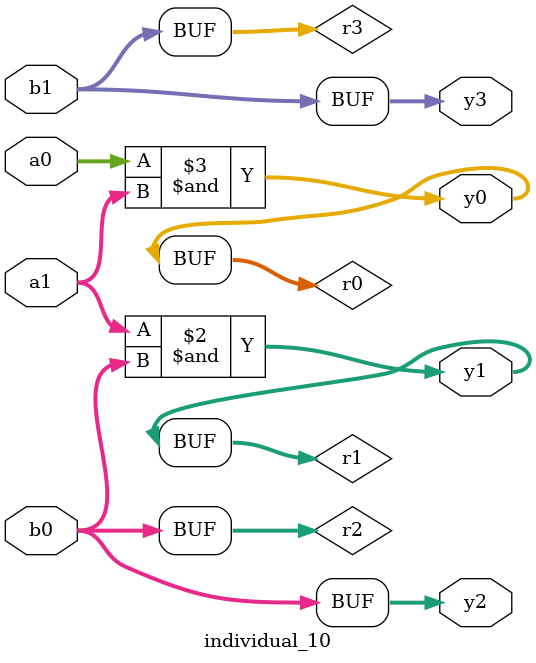
<source format=sv>
module individual_10(input logic [15:0] a1, input logic [15:0] a0, input logic [15:0] b1, input logic [15:0] b0, output logic [15:0] y3, output logic [15:0] y2, output logic [15:0] y1, output logic [15:0] y0);
logic [15:0] r0, r1, r2, r3; 
 always@(*) begin 
	 r0 = a0; r1 = a1; r2 = b0; r3 = b1; 
 	 r1  &=  b0 ;
 	 r0  &=  a1 ;
 	 y3 = r3; y2 = r2; y1 = r1; y0 = r0; 
end
endmodule
</source>
